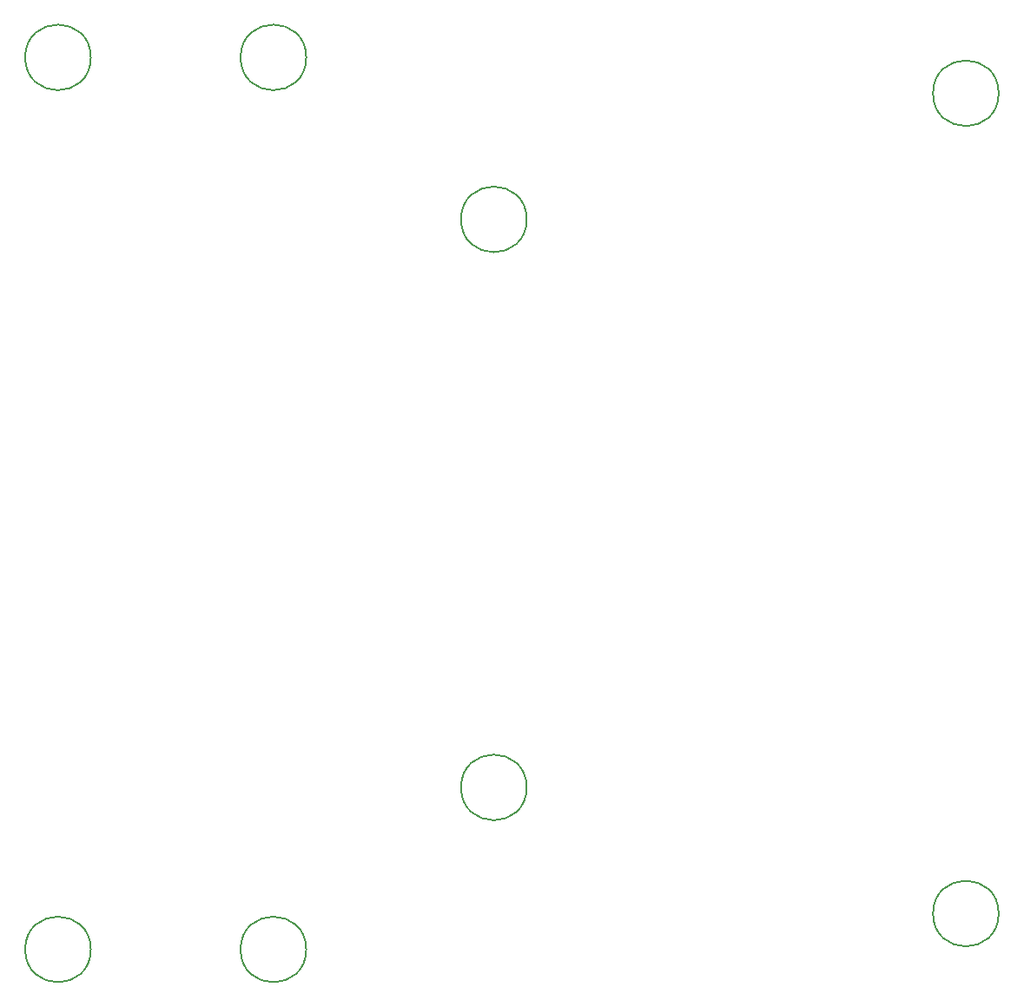
<source format=gbr>
%TF.GenerationSoftware,KiCad,Pcbnew,7.0.8*%
%TF.CreationDate,2023-10-27T09:19:23-04:00*%
%TF.ProjectId,bottom_plate,626f7474-6f6d-45f7-906c-6174652e6b69,rev?*%
%TF.SameCoordinates,Original*%
%TF.FileFunction,Other,Comment*%
%FSLAX46Y46*%
G04 Gerber Fmt 4.6, Leading zero omitted, Abs format (unit mm)*
G04 Created by KiCad (PCBNEW 7.0.8) date 2023-10-27 09:19:23*
%MOMM*%
%LPD*%
G01*
G04 APERTURE LIST*
%ADD10C,0.150000*%
G04 APERTURE END LIST*
D10*
%TO.C,REF\u002A\u002A*%
X28700000Y43500000D02*
G75*
G03*
X28700000Y43500000I-3200000J0D01*
G01*
X50190000Y-27699970D02*
G75*
G03*
X50190000Y-27699970I-3200000J0D01*
G01*
X28700000Y-43500000D02*
G75*
G03*
X28700000Y-43500000I-3200000J0D01*
G01*
X96200000Y40000000D02*
G75*
G03*
X96200000Y40000000I-3200000J0D01*
G01*
X7700000Y43500000D02*
G75*
G03*
X7700000Y43500000I-3200000J0D01*
G01*
X50190000Y27699970D02*
G75*
G03*
X50190000Y27699970I-3200000J0D01*
G01*
X7700000Y-43500000D02*
G75*
G03*
X7700000Y-43500000I-3200000J0D01*
G01*
X96200000Y-40000000D02*
G75*
G03*
X96200000Y-40000000I-3200000J0D01*
G01*
%TD*%
M02*

</source>
